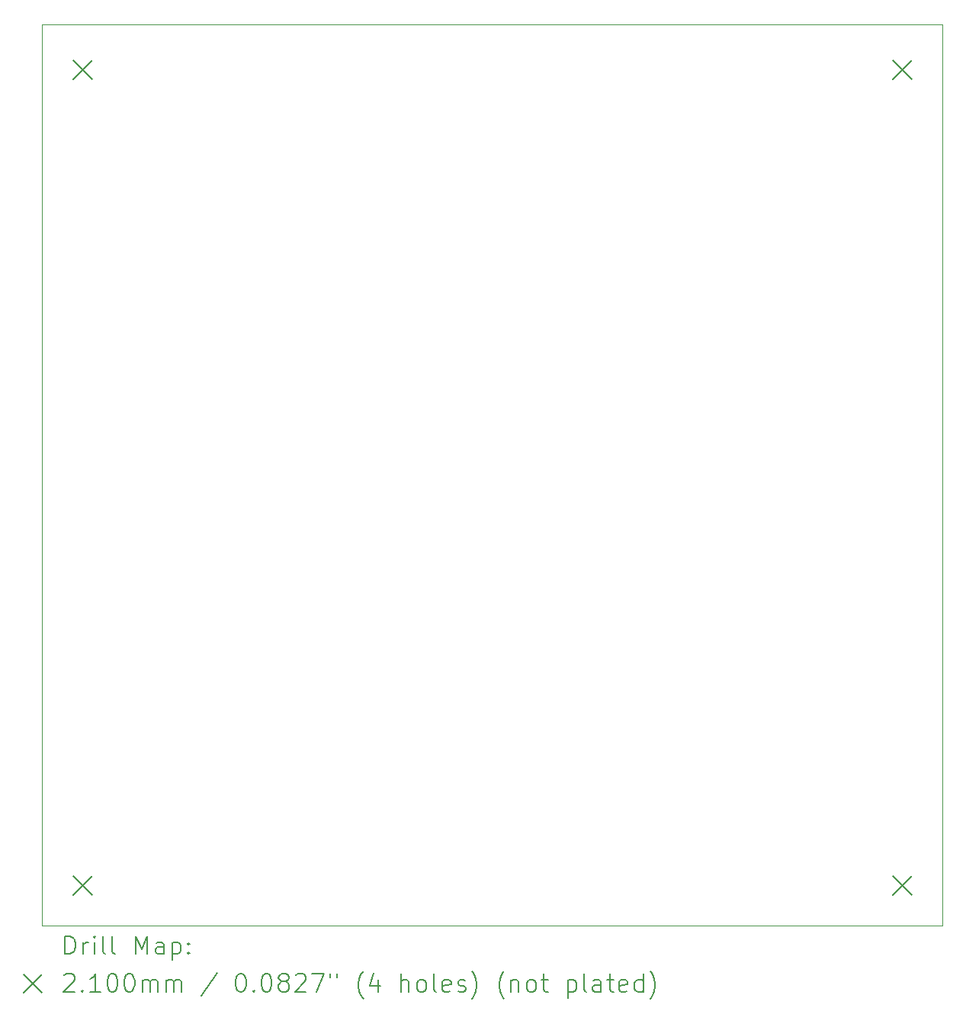
<source format=gbr>
%FSLAX45Y45*%
G04 Gerber Fmt 4.5, Leading zero omitted, Abs format (unit mm)*
G04 Created by KiCad (PCBNEW (6.0.2)) date 2022-07-25 17:11:50*
%MOMM*%
%LPD*%
G01*
G04 APERTURE LIST*
%TA.AperFunction,Profile*%
%ADD10C,0.050000*%
%TD*%
%ADD11C,0.200000*%
%ADD12C,0.210000*%
G04 APERTURE END LIST*
D10*
X3150000Y-8250000D02*
X13150000Y-8250000D01*
X13150000Y-8250000D02*
X13150000Y-18250000D01*
X13150000Y-18250000D02*
X3150000Y-18250000D01*
X3150000Y-18250000D02*
X3150000Y-8250000D01*
D11*
D12*
X3495000Y-8645000D02*
X3705000Y-8855000D01*
X3705000Y-8645000D02*
X3495000Y-8855000D01*
X3495000Y-17695000D02*
X3705000Y-17905000D01*
X3705000Y-17695000D02*
X3495000Y-17905000D01*
X12595000Y-8645000D02*
X12805000Y-8855000D01*
X12805000Y-8645000D02*
X12595000Y-8855000D01*
X12595000Y-17695000D02*
X12805000Y-17905000D01*
X12805000Y-17695000D02*
X12595000Y-17905000D01*
D11*
X3405119Y-18562976D02*
X3405119Y-18362976D01*
X3452738Y-18362976D01*
X3481309Y-18372500D01*
X3500357Y-18391548D01*
X3509881Y-18410595D01*
X3519405Y-18448690D01*
X3519405Y-18477262D01*
X3509881Y-18515357D01*
X3500357Y-18534405D01*
X3481309Y-18553452D01*
X3452738Y-18562976D01*
X3405119Y-18562976D01*
X3605119Y-18562976D02*
X3605119Y-18429643D01*
X3605119Y-18467738D02*
X3614643Y-18448690D01*
X3624167Y-18439167D01*
X3643214Y-18429643D01*
X3662262Y-18429643D01*
X3728928Y-18562976D02*
X3728928Y-18429643D01*
X3728928Y-18362976D02*
X3719405Y-18372500D01*
X3728928Y-18382024D01*
X3738452Y-18372500D01*
X3728928Y-18362976D01*
X3728928Y-18382024D01*
X3852738Y-18562976D02*
X3833690Y-18553452D01*
X3824167Y-18534405D01*
X3824167Y-18362976D01*
X3957500Y-18562976D02*
X3938452Y-18553452D01*
X3928928Y-18534405D01*
X3928928Y-18362976D01*
X4186071Y-18562976D02*
X4186071Y-18362976D01*
X4252738Y-18505833D01*
X4319405Y-18362976D01*
X4319405Y-18562976D01*
X4500357Y-18562976D02*
X4500357Y-18458214D01*
X4490833Y-18439167D01*
X4471786Y-18429643D01*
X4433690Y-18429643D01*
X4414643Y-18439167D01*
X4500357Y-18553452D02*
X4481310Y-18562976D01*
X4433690Y-18562976D01*
X4414643Y-18553452D01*
X4405119Y-18534405D01*
X4405119Y-18515357D01*
X4414643Y-18496310D01*
X4433690Y-18486786D01*
X4481310Y-18486786D01*
X4500357Y-18477262D01*
X4595595Y-18429643D02*
X4595595Y-18629643D01*
X4595595Y-18439167D02*
X4614643Y-18429643D01*
X4652738Y-18429643D01*
X4671786Y-18439167D01*
X4681310Y-18448690D01*
X4690833Y-18467738D01*
X4690833Y-18524881D01*
X4681310Y-18543929D01*
X4671786Y-18553452D01*
X4652738Y-18562976D01*
X4614643Y-18562976D01*
X4595595Y-18553452D01*
X4776548Y-18543929D02*
X4786071Y-18553452D01*
X4776548Y-18562976D01*
X4767024Y-18553452D01*
X4776548Y-18543929D01*
X4776548Y-18562976D01*
X4776548Y-18439167D02*
X4786071Y-18448690D01*
X4776548Y-18458214D01*
X4767024Y-18448690D01*
X4776548Y-18439167D01*
X4776548Y-18458214D01*
X2947500Y-18792500D02*
X3147500Y-18992500D01*
X3147500Y-18792500D02*
X2947500Y-18992500D01*
X3395595Y-18802024D02*
X3405119Y-18792500D01*
X3424167Y-18782976D01*
X3471786Y-18782976D01*
X3490833Y-18792500D01*
X3500357Y-18802024D01*
X3509881Y-18821071D01*
X3509881Y-18840119D01*
X3500357Y-18868690D01*
X3386071Y-18982976D01*
X3509881Y-18982976D01*
X3595595Y-18963929D02*
X3605119Y-18973452D01*
X3595595Y-18982976D01*
X3586071Y-18973452D01*
X3595595Y-18963929D01*
X3595595Y-18982976D01*
X3795595Y-18982976D02*
X3681309Y-18982976D01*
X3738452Y-18982976D02*
X3738452Y-18782976D01*
X3719405Y-18811548D01*
X3700357Y-18830595D01*
X3681309Y-18840119D01*
X3919405Y-18782976D02*
X3938452Y-18782976D01*
X3957500Y-18792500D01*
X3967024Y-18802024D01*
X3976548Y-18821071D01*
X3986071Y-18859167D01*
X3986071Y-18906786D01*
X3976548Y-18944881D01*
X3967024Y-18963929D01*
X3957500Y-18973452D01*
X3938452Y-18982976D01*
X3919405Y-18982976D01*
X3900357Y-18973452D01*
X3890833Y-18963929D01*
X3881309Y-18944881D01*
X3871786Y-18906786D01*
X3871786Y-18859167D01*
X3881309Y-18821071D01*
X3890833Y-18802024D01*
X3900357Y-18792500D01*
X3919405Y-18782976D01*
X4109881Y-18782976D02*
X4128928Y-18782976D01*
X4147976Y-18792500D01*
X4157500Y-18802024D01*
X4167024Y-18821071D01*
X4176548Y-18859167D01*
X4176548Y-18906786D01*
X4167024Y-18944881D01*
X4157500Y-18963929D01*
X4147976Y-18973452D01*
X4128928Y-18982976D01*
X4109881Y-18982976D01*
X4090833Y-18973452D01*
X4081309Y-18963929D01*
X4071786Y-18944881D01*
X4062262Y-18906786D01*
X4062262Y-18859167D01*
X4071786Y-18821071D01*
X4081309Y-18802024D01*
X4090833Y-18792500D01*
X4109881Y-18782976D01*
X4262262Y-18982976D02*
X4262262Y-18849643D01*
X4262262Y-18868690D02*
X4271786Y-18859167D01*
X4290833Y-18849643D01*
X4319405Y-18849643D01*
X4338452Y-18859167D01*
X4347976Y-18878214D01*
X4347976Y-18982976D01*
X4347976Y-18878214D02*
X4357500Y-18859167D01*
X4376548Y-18849643D01*
X4405119Y-18849643D01*
X4424167Y-18859167D01*
X4433690Y-18878214D01*
X4433690Y-18982976D01*
X4528929Y-18982976D02*
X4528929Y-18849643D01*
X4528929Y-18868690D02*
X4538452Y-18859167D01*
X4557500Y-18849643D01*
X4586071Y-18849643D01*
X4605119Y-18859167D01*
X4614643Y-18878214D01*
X4614643Y-18982976D01*
X4614643Y-18878214D02*
X4624167Y-18859167D01*
X4643214Y-18849643D01*
X4671786Y-18849643D01*
X4690833Y-18859167D01*
X4700357Y-18878214D01*
X4700357Y-18982976D01*
X5090833Y-18773452D02*
X4919405Y-19030595D01*
X5347976Y-18782976D02*
X5367024Y-18782976D01*
X5386071Y-18792500D01*
X5395595Y-18802024D01*
X5405119Y-18821071D01*
X5414643Y-18859167D01*
X5414643Y-18906786D01*
X5405119Y-18944881D01*
X5395595Y-18963929D01*
X5386071Y-18973452D01*
X5367024Y-18982976D01*
X5347976Y-18982976D01*
X5328929Y-18973452D01*
X5319405Y-18963929D01*
X5309881Y-18944881D01*
X5300357Y-18906786D01*
X5300357Y-18859167D01*
X5309881Y-18821071D01*
X5319405Y-18802024D01*
X5328929Y-18792500D01*
X5347976Y-18782976D01*
X5500357Y-18963929D02*
X5509881Y-18973452D01*
X5500357Y-18982976D01*
X5490833Y-18973452D01*
X5500357Y-18963929D01*
X5500357Y-18982976D01*
X5633690Y-18782976D02*
X5652738Y-18782976D01*
X5671786Y-18792500D01*
X5681309Y-18802024D01*
X5690833Y-18821071D01*
X5700357Y-18859167D01*
X5700357Y-18906786D01*
X5690833Y-18944881D01*
X5681309Y-18963929D01*
X5671786Y-18973452D01*
X5652738Y-18982976D01*
X5633690Y-18982976D01*
X5614643Y-18973452D01*
X5605119Y-18963929D01*
X5595595Y-18944881D01*
X5586071Y-18906786D01*
X5586071Y-18859167D01*
X5595595Y-18821071D01*
X5605119Y-18802024D01*
X5614643Y-18792500D01*
X5633690Y-18782976D01*
X5814643Y-18868690D02*
X5795595Y-18859167D01*
X5786071Y-18849643D01*
X5776548Y-18830595D01*
X5776548Y-18821071D01*
X5786071Y-18802024D01*
X5795595Y-18792500D01*
X5814643Y-18782976D01*
X5852738Y-18782976D01*
X5871786Y-18792500D01*
X5881309Y-18802024D01*
X5890833Y-18821071D01*
X5890833Y-18830595D01*
X5881309Y-18849643D01*
X5871786Y-18859167D01*
X5852738Y-18868690D01*
X5814643Y-18868690D01*
X5795595Y-18878214D01*
X5786071Y-18887738D01*
X5776548Y-18906786D01*
X5776548Y-18944881D01*
X5786071Y-18963929D01*
X5795595Y-18973452D01*
X5814643Y-18982976D01*
X5852738Y-18982976D01*
X5871786Y-18973452D01*
X5881309Y-18963929D01*
X5890833Y-18944881D01*
X5890833Y-18906786D01*
X5881309Y-18887738D01*
X5871786Y-18878214D01*
X5852738Y-18868690D01*
X5967024Y-18802024D02*
X5976548Y-18792500D01*
X5995595Y-18782976D01*
X6043214Y-18782976D01*
X6062262Y-18792500D01*
X6071786Y-18802024D01*
X6081309Y-18821071D01*
X6081309Y-18840119D01*
X6071786Y-18868690D01*
X5957500Y-18982976D01*
X6081309Y-18982976D01*
X6147976Y-18782976D02*
X6281309Y-18782976D01*
X6195595Y-18982976D01*
X6347976Y-18782976D02*
X6347976Y-18821071D01*
X6424167Y-18782976D02*
X6424167Y-18821071D01*
X6719405Y-19059167D02*
X6709881Y-19049643D01*
X6690833Y-19021071D01*
X6681309Y-19002024D01*
X6671786Y-18973452D01*
X6662262Y-18925833D01*
X6662262Y-18887738D01*
X6671786Y-18840119D01*
X6681309Y-18811548D01*
X6690833Y-18792500D01*
X6709881Y-18763929D01*
X6719405Y-18754405D01*
X6881309Y-18849643D02*
X6881309Y-18982976D01*
X6833690Y-18773452D02*
X6786071Y-18916310D01*
X6909881Y-18916310D01*
X7138452Y-18982976D02*
X7138452Y-18782976D01*
X7224167Y-18982976D02*
X7224167Y-18878214D01*
X7214643Y-18859167D01*
X7195595Y-18849643D01*
X7167024Y-18849643D01*
X7147976Y-18859167D01*
X7138452Y-18868690D01*
X7347976Y-18982976D02*
X7328928Y-18973452D01*
X7319405Y-18963929D01*
X7309881Y-18944881D01*
X7309881Y-18887738D01*
X7319405Y-18868690D01*
X7328928Y-18859167D01*
X7347976Y-18849643D01*
X7376548Y-18849643D01*
X7395595Y-18859167D01*
X7405119Y-18868690D01*
X7414643Y-18887738D01*
X7414643Y-18944881D01*
X7405119Y-18963929D01*
X7395595Y-18973452D01*
X7376548Y-18982976D01*
X7347976Y-18982976D01*
X7528928Y-18982976D02*
X7509881Y-18973452D01*
X7500357Y-18954405D01*
X7500357Y-18782976D01*
X7681309Y-18973452D02*
X7662262Y-18982976D01*
X7624167Y-18982976D01*
X7605119Y-18973452D01*
X7595595Y-18954405D01*
X7595595Y-18878214D01*
X7605119Y-18859167D01*
X7624167Y-18849643D01*
X7662262Y-18849643D01*
X7681309Y-18859167D01*
X7690833Y-18878214D01*
X7690833Y-18897262D01*
X7595595Y-18916310D01*
X7767024Y-18973452D02*
X7786071Y-18982976D01*
X7824167Y-18982976D01*
X7843214Y-18973452D01*
X7852738Y-18954405D01*
X7852738Y-18944881D01*
X7843214Y-18925833D01*
X7824167Y-18916310D01*
X7795595Y-18916310D01*
X7776548Y-18906786D01*
X7767024Y-18887738D01*
X7767024Y-18878214D01*
X7776548Y-18859167D01*
X7795595Y-18849643D01*
X7824167Y-18849643D01*
X7843214Y-18859167D01*
X7919405Y-19059167D02*
X7928928Y-19049643D01*
X7947976Y-19021071D01*
X7957500Y-19002024D01*
X7967024Y-18973452D01*
X7976548Y-18925833D01*
X7976548Y-18887738D01*
X7967024Y-18840119D01*
X7957500Y-18811548D01*
X7947976Y-18792500D01*
X7928928Y-18763929D01*
X7919405Y-18754405D01*
X8281309Y-19059167D02*
X8271786Y-19049643D01*
X8252738Y-19021071D01*
X8243214Y-19002024D01*
X8233690Y-18973452D01*
X8224167Y-18925833D01*
X8224167Y-18887738D01*
X8233690Y-18840119D01*
X8243214Y-18811548D01*
X8252738Y-18792500D01*
X8271786Y-18763929D01*
X8281309Y-18754405D01*
X8357500Y-18849643D02*
X8357500Y-18982976D01*
X8357500Y-18868690D02*
X8367024Y-18859167D01*
X8386071Y-18849643D01*
X8414643Y-18849643D01*
X8433690Y-18859167D01*
X8443214Y-18878214D01*
X8443214Y-18982976D01*
X8567024Y-18982976D02*
X8547976Y-18973452D01*
X8538452Y-18963929D01*
X8528929Y-18944881D01*
X8528929Y-18887738D01*
X8538452Y-18868690D01*
X8547976Y-18859167D01*
X8567024Y-18849643D01*
X8595595Y-18849643D01*
X8614643Y-18859167D01*
X8624167Y-18868690D01*
X8633690Y-18887738D01*
X8633690Y-18944881D01*
X8624167Y-18963929D01*
X8614643Y-18973452D01*
X8595595Y-18982976D01*
X8567024Y-18982976D01*
X8690833Y-18849643D02*
X8767024Y-18849643D01*
X8719405Y-18782976D02*
X8719405Y-18954405D01*
X8728929Y-18973452D01*
X8747976Y-18982976D01*
X8767024Y-18982976D01*
X8986071Y-18849643D02*
X8986071Y-19049643D01*
X8986071Y-18859167D02*
X9005119Y-18849643D01*
X9043214Y-18849643D01*
X9062262Y-18859167D01*
X9071786Y-18868690D01*
X9081310Y-18887738D01*
X9081310Y-18944881D01*
X9071786Y-18963929D01*
X9062262Y-18973452D01*
X9043214Y-18982976D01*
X9005119Y-18982976D01*
X8986071Y-18973452D01*
X9195595Y-18982976D02*
X9176548Y-18973452D01*
X9167024Y-18954405D01*
X9167024Y-18782976D01*
X9357500Y-18982976D02*
X9357500Y-18878214D01*
X9347976Y-18859167D01*
X9328929Y-18849643D01*
X9290833Y-18849643D01*
X9271786Y-18859167D01*
X9357500Y-18973452D02*
X9338452Y-18982976D01*
X9290833Y-18982976D01*
X9271786Y-18973452D01*
X9262262Y-18954405D01*
X9262262Y-18935357D01*
X9271786Y-18916310D01*
X9290833Y-18906786D01*
X9338452Y-18906786D01*
X9357500Y-18897262D01*
X9424167Y-18849643D02*
X9500357Y-18849643D01*
X9452738Y-18782976D02*
X9452738Y-18954405D01*
X9462262Y-18973452D01*
X9481310Y-18982976D01*
X9500357Y-18982976D01*
X9643214Y-18973452D02*
X9624167Y-18982976D01*
X9586071Y-18982976D01*
X9567024Y-18973452D01*
X9557500Y-18954405D01*
X9557500Y-18878214D01*
X9567024Y-18859167D01*
X9586071Y-18849643D01*
X9624167Y-18849643D01*
X9643214Y-18859167D01*
X9652738Y-18878214D01*
X9652738Y-18897262D01*
X9557500Y-18916310D01*
X9824167Y-18982976D02*
X9824167Y-18782976D01*
X9824167Y-18973452D02*
X9805119Y-18982976D01*
X9767024Y-18982976D01*
X9747976Y-18973452D01*
X9738452Y-18963929D01*
X9728929Y-18944881D01*
X9728929Y-18887738D01*
X9738452Y-18868690D01*
X9747976Y-18859167D01*
X9767024Y-18849643D01*
X9805119Y-18849643D01*
X9824167Y-18859167D01*
X9900357Y-19059167D02*
X9909881Y-19049643D01*
X9928929Y-19021071D01*
X9938452Y-19002024D01*
X9947976Y-18973452D01*
X9957500Y-18925833D01*
X9957500Y-18887738D01*
X9947976Y-18840119D01*
X9938452Y-18811548D01*
X9928929Y-18792500D01*
X9909881Y-18763929D01*
X9900357Y-18754405D01*
M02*

</source>
